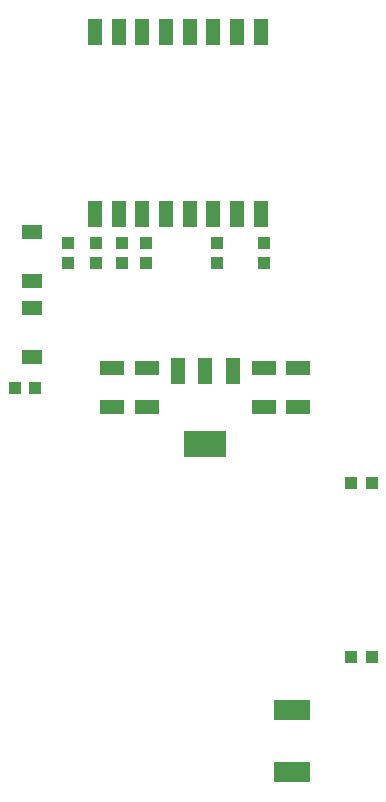
<source format=gbr>
G04 EAGLE Gerber RS-274X export*
G75*
%MOMM*%
%FSLAX34Y34*%
%LPD*%
%INSolderpaste Top*%
%IPPOS*%
%AMOC8*
5,1,8,0,0,1.08239X$1,22.5*%
G01*
%ADD10R,1.200000X2.286000*%
%ADD11R,1.100000X1.000000*%
%ADD12R,1.000000X1.100000*%
%ADD13R,1.700000X1.282600*%
%ADD14R,2.032000X1.270000*%
%ADD15R,1.219200X2.235200*%
%ADD16R,3.600000X2.200000*%
%ADD17R,3.150000X1.780000*%


D10*
X84416Y538075D03*
X104416Y538075D03*
X124416Y538075D03*
X144416Y538075D03*
X164416Y538075D03*
X184416Y538075D03*
X204416Y538075D03*
X224416Y538075D03*
X84416Y691915D03*
X104416Y691915D03*
X124416Y691915D03*
X144416Y691915D03*
X164416Y691915D03*
X184416Y691915D03*
X204416Y691915D03*
X224416Y691915D03*
D11*
X227555Y496680D03*
X227555Y513680D03*
X127594Y513680D03*
X127594Y496680D03*
X61482Y513680D03*
X61482Y496680D03*
D12*
X16620Y390709D03*
X33620Y390709D03*
D13*
X30623Y416999D03*
X30623Y458111D03*
X30623Y522801D03*
X30623Y481689D03*
D12*
X318380Y162560D03*
X301380Y162560D03*
X301380Y309880D03*
X318380Y309880D03*
D14*
X227648Y407670D03*
X227648Y374650D03*
D15*
X200914Y405257D03*
X177800Y405257D03*
X154686Y405257D03*
D16*
X177800Y343279D03*
D14*
X256540Y407670D03*
X256540Y374650D03*
X99060Y407670D03*
X99060Y374650D03*
X127953Y407670D03*
X127953Y374650D03*
D11*
X106751Y513680D03*
X106751Y496680D03*
X85387Y496680D03*
X85387Y513680D03*
D17*
X251460Y65240D03*
X251460Y117640D03*
D11*
X187960Y513680D03*
X187960Y496680D03*
M02*

</source>
